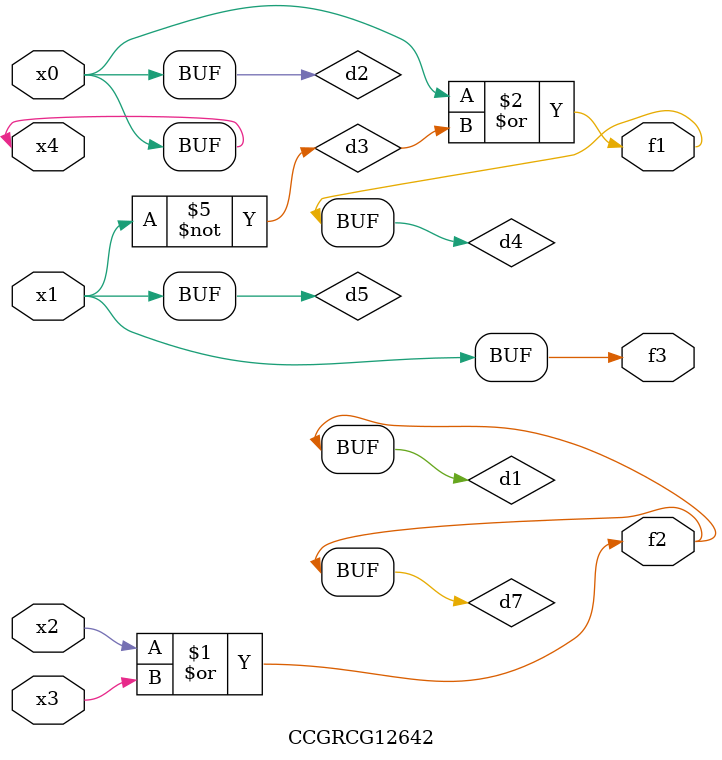
<source format=v>
module CCGRCG12642(
	input x0, x1, x2, x3, x4,
	output f1, f2, f3
);

	wire d1, d2, d3, d4, d5, d6, d7;

	or (d1, x2, x3);
	buf (d2, x0, x4);
	not (d3, x1);
	or (d4, d2, d3);
	not (d5, d3);
	nand (d6, d1, d3);
	or (d7, d1);
	assign f1 = d4;
	assign f2 = d7;
	assign f3 = d5;
endmodule

</source>
